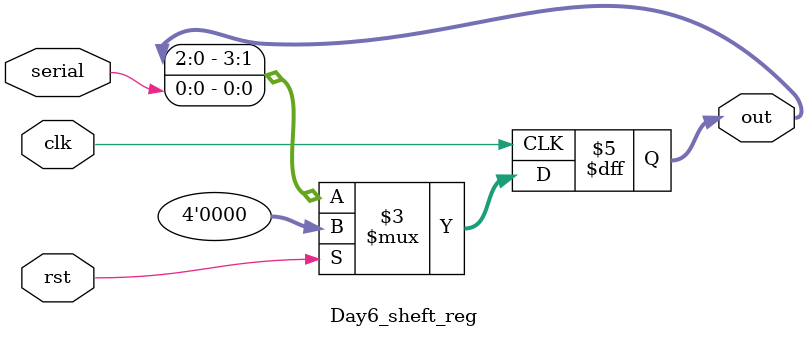
<source format=v>


module Day6_sheft_reg( out, clk,serial,rst);
		input clk,rst;
		input  serial;
		output reg [3:0] out;
		
		// local param 
		
		//reg [3:0] D;
		
		
		always@( posedge clk) begin 
			if( rst)
			out  <= 0;
			else 
			out <= {out[2:0],serial};
		end
		
	endmodule
	
</source>
